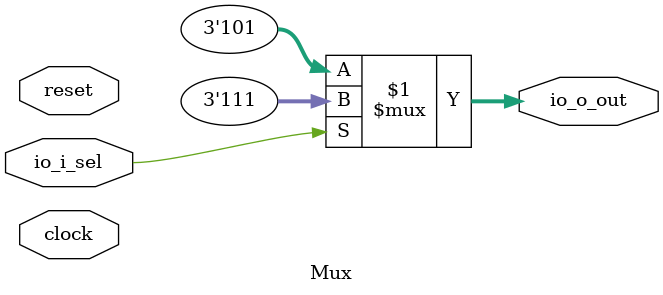
<source format=v>
module Mux(
  input        clock,
  input        reset,
  input        io_i_sel,
  output [2:0] io_o_out
);
  assign io_o_out = io_i_sel ? 3'h7 : 3'h5; // @[Mux.scala 13:21]
endmodule

</source>
